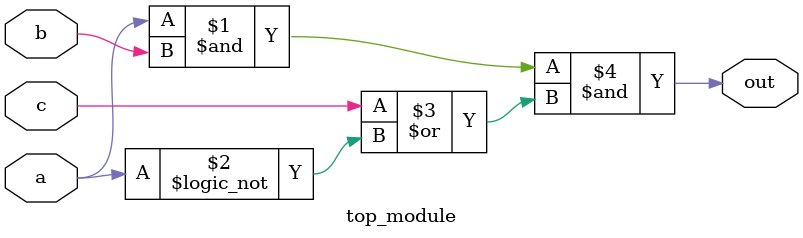
<source format=sv>
module top_module(
	input a, 
	input b,
	input c,
	output out
);

  // Implement the truth table
  assign out = a & b & (c | !a);

endmodule

</source>
